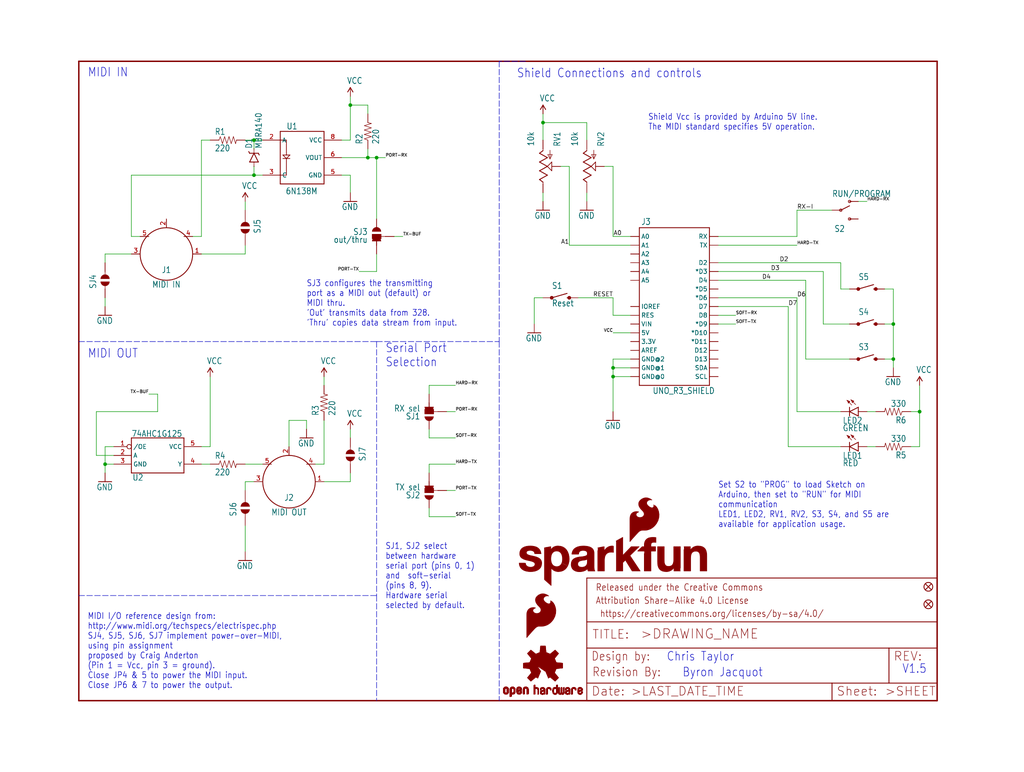
<source format=kicad_sch>
(kicad_sch (version 20211123) (generator eeschema)
  (paper "User" 297.002 223.926)
  (lib_symbols
    (symbol "eagleSchem-eagle-import:220OHM-1{slash}10W-1%(0603)"
      (property "Reference" "R" (at -3.81 1.4986 0))
      (property "Value" "220OHM-1{slash}10W-1%(0603)" (at -3.81 -3.302 0))
      (symbol "220OHM-1{slash}10W-1%(0603)_1_0"
        (pin passive line (at -5.08 0 0) (length 2.54) (name "1") (number "1"))
        (pin passive line (at 5.08 0 180) (length 2.54) (name "2") (number "2"))
      )
    )
    (symbol "eagleSchem-eagle-import:330OHM1{slash}10W1%(0603)"
      (property "Reference" "R" (at -3.81 1.4986 0))
      (property "Value" "330OHM1{slash}10W1%(0603)" (at -3.81 -3.302 0))
      (symbol "330OHM1{slash}10W1%(0603)_1_0"
        (pin passive line (at -5.08 0 0) (length 2.54) (name "1") (number "1"))
        (pin passive line (at 5.08 0 180) (length 2.54) (name "2") (number "2"))
      )
    )
    (symbol "eagleSchem-eagle-import:5-PIN-CIRCULAR-DINNEW"
      (property "Reference" "J" (at 0 -5.588 0))
      (property "Value" "5-PIN-CIRCULAR-DINNEW" (at 0 -7.874 0))
      (symbol "5-PIN-CIRCULAR-DINNEW_1_0"
        (pin bidirectional line (at 10.16 0 180) (length 2.54) (name "1") (number "1"))
        (pin bidirectional line (at 0 10.16 270) (length 2.54) (name "2") (number "2"))
        (pin bidirectional line (at -10.16 0 0) (length 2.54) (name "3") (number "3"))
        (pin bidirectional line (at 7.62 5.08 180) (length 2.54) (name "4") (number "4"))
        (pin bidirectional line (at -7.62 5.08 0) (length 2.54) (name "5") (number "5"))
      )
    )
    (symbol "eagleSchem-eagle-import:74AHC1G125"
      (property "Reference" "U" (at -7.366 -7.366 0))
      (property "Value" "74AHC1G125" (at -7.62 5.334 0))
      (symbol "74AHC1G125_1_0"
        (pin bidirectional inverted (at -12.7 2.54 0) (length 5.08) (name "/OE") (number "1"))
        (pin bidirectional line (at -12.7 0 0) (length 5.08) (name "A") (number "2"))
        (pin bidirectional line (at -12.7 -2.54 0) (length 5.08) (name "GND") (number "3"))
        (pin bidirectional line (at 12.7 -2.54 180) (length 5.08) (name "Y") (number "4"))
        (pin bidirectional line (at 12.7 2.54 180) (length 5.08) (name "VCC") (number "5"))
      )
    )
    (symbol "eagleSchem-eagle-import:ARDUINO_R3_SHIELD"
      (property "Reference" "J" (at -9.652 21.082 0))
      (property "Value" "ARDUINO_R3_SHIELD" (at -6.35 -27.94 0))
      (symbol "ARDUINO_R3_SHIELD_1_0"
        (pin bidirectional line (at -12.7 -12.7 0) (length 2.54) (name "3.3V") (number "3.3V"))
        (pin bidirectional line (at -12.7 -10.16 0) (length 2.54) (name "5V") (number "5V"))
        (pin bidirectional line (at -12.7 17.78 0) (length 2.54) (name "A0") (number "A0"))
        (pin bidirectional line (at -12.7 15.24 0) (length 2.54) (name "A1") (number "A1"))
        (pin bidirectional line (at -12.7 12.7 0) (length 2.54) (name "A2") (number "A2"))
        (pin bidirectional line (at -12.7 10.16 0) (length 2.54) (name "A3") (number "A3"))
        (pin bidirectional line (at -12.7 7.62 0) (length 2.54) (name "A4") (number "A4"))
        (pin bidirectional line (at -12.7 5.08 0) (length 2.54) (name "A5") (number "A5"))
        (pin bidirectional line (at -12.7 -15.24 0) (length 2.54) (name "AREF") (number "AREF"))
        (pin bidirectional line (at 12.7 -10.16 180) (length 2.54) (name "*D10") (number "D10"))
        (pin bidirectional line (at 12.7 -12.7 180) (length 2.54) (name "*D11") (number "D11"))
        (pin bidirectional line (at 12.7 -15.24 180) (length 2.54) (name "D12") (number "D12"))
        (pin bidirectional line (at 12.7 -17.78 180) (length 2.54) (name "D13") (number "D13"))
        (pin bidirectional line (at 12.7 10.16 180) (length 2.54) (name "D2") (number "D2"))
        (pin bidirectional line (at 12.7 7.62 180) (length 2.54) (name "*D3") (number "D3"))
        (pin bidirectional line (at 12.7 5.08 180) (length 2.54) (name "D4") (number "D4"))
        (pin bidirectional line (at 12.7 2.54 180) (length 2.54) (name "*D5") (number "D5"))
        (pin bidirectional line (at 12.7 0 180) (length 2.54) (name "*D6") (number "D6"))
        (pin bidirectional line (at 12.7 -2.54 180) (length 2.54) (name "D7") (number "D7"))
        (pin bidirectional line (at 12.7 -5.08 180) (length 2.54) (name "D8") (number "D8"))
        (pin bidirectional line (at 12.7 -7.62 180) (length 2.54) (name "*D9") (number "D9"))
        (pin bidirectional line (at -12.7 -22.86 0) (length 2.54) (name "GND@0") (number "GND@0"))
        (pin bidirectional line (at -12.7 -20.32 0) (length 2.54) (name "GND@1") (number "GND@1"))
        (pin bidirectional line (at -12.7 -17.78 0) (length 2.54) (name "GND@2") (number "GND@2"))
        (pin bidirectional line (at -12.7 -2.54 0) (length 2.54) (name "IOREF") (number "IOREF"))
        (pin bidirectional line (at -12.7 -5.08 0) (length 2.54) (name "RES") (number "RES"))
        (pin bidirectional line (at 12.7 17.78 180) (length 2.54) (name "RX") (number "RX"))
        (pin bidirectional line (at 12.7 -22.86 180) (length 2.54) (name "SCL") (number "SCL"))
        (pin bidirectional line (at 12.7 -20.32 180) (length 2.54) (name "SDA") (number "SDA"))
        (pin bidirectional line (at 12.7 15.24 180) (length 2.54) (name "TX") (number "TX"))
        (pin bidirectional line (at -12.7 -7.62 0) (length 2.54) (name "VIN") (number "VIN"))
      )
    )
    (symbol "eagleSchem-eagle-import:FIDUCIALUFIDUCIAL")
    (symbol "eagleSchem-eagle-import:FRAME-LETTER"
      (symbol "FRAME-LETTER_2_0"
        (text " https://creativecommons.org/licenses/by-sa/4.0/" (at 2.54 24.13 0) (effects (font (size 1.9304 1.6408)) (justify left bottom)))
        (text ">DRAWING_NAME" (at 15.494 17.78 0) (effects (font (size 2.7432 2.7432)) (justify left bottom)))
        (text ">LAST_DATE_TIME" (at 12.7 1.27 0) (effects (font (size 2.54 2.54)) (justify left bottom)))
        (text ">SHEET" (at 86.36 1.27 0) (effects (font (size 2.54 2.54)) (justify left bottom)))
        (text "Attribution Share-Alike 4.0 License" (at 2.54 27.94 0) (effects (font (size 1.9304 1.6408)) (justify left bottom)))
        (text "Date:" (at 1.27 1.27 0) (effects (font (size 2.54 2.54)) (justify left bottom)))
        (text "Design by:" (at 1.27 11.43 0) (effects (font (size 2.54 2.159)) (justify left bottom)))
        (text "Released under the Creative Commons" (at 2.54 31.75 0) (effects (font (size 1.9304 1.6408)) (justify left bottom)))
        (text "REV:" (at 88.9 11.43 0) (effects (font (size 2.54 2.54)) (justify left bottom)))
        (text "Sheet:" (at 72.39 1.27 0) (effects (font (size 2.54 2.54)) (justify left bottom)))
        (text "TITLE:" (at 1.524 17.78 0) (effects (font (size 2.54 2.54)) (justify left bottom)))
      )
    )
    (symbol "eagleSchem-eagle-import:GND" (power)
      (property "Value" "GND" (at -2.54 -2.54 0))
      (symbol "GND_1_0"
        (pin power_in line (at 0 2.54 270) (length 2.54) (name "GND") (number "1"))
      )
    )
    (symbol "eagleSchem-eagle-import:JUMPER-PAD-2-NOYES_SILK"
      (property "Reference" "SJ" (at -2.54 2.54 0))
      (property "Value" "JUMPER-PAD-2-NOYES_SILK" (at -2.54 -5.08 0))
      (symbol "JUMPER-PAD-2-NOYES_SILK_1_0"
        (pin passive line (at -5.08 0 0) (length 2.54) (name "1") (number "1"))
        (pin passive line (at 5.08 0 180) (length 2.54) (name "2") (number "2"))
      )
    )
    (symbol "eagleSchem-eagle-import:JUMPER-PAD-3-2OF3_NC_BY_TRACE_SMALL"
      (property "Reference" "SJ" (at 2.54 0.381 0))
      (property "Value" "JUMPER-PAD-3-2OF3_NC_BY_TRACE_SMALL" (at 2.54 -1.905 0))
      (symbol "JUMPER-PAD-3-2OF3_NC_BY_TRACE_SMALL_1_0"
        (pin passive line (at 0 5.08 270) (length 2.54) (name "1") (number "1"))
        (pin passive line (at -5.08 0 0) (length 2.54) (name "2") (number "2"))
        (pin passive line (at 0 -5.08 90) (length 2.54) (name "3") (number "3"))
      )
    )
    (symbol "eagleSchem-eagle-import:LED-GREEN0603"
      (property "Reference" "D" (at 3.556 -4.572 90))
      (property "Value" "LED-GREEN0603" (at 5.715 -4.572 90))
      (symbol "LED-GREEN0603_1_0"
        (pin passive line (at 0 2.54 270) (length 2.54) (name "A") (number "A"))
        (pin passive line (at 0 -5.08 90) (length 2.54) (name "C") (number "C"))
      )
    )
    (symbol "eagleSchem-eagle-import:LED-RED0603"
      (property "Reference" "D" (at 3.556 -4.572 90))
      (property "Value" "LED-RED0603" (at 5.715 -4.572 90))
      (symbol "LED-RED0603_1_0"
        (pin passive line (at 0 2.54 270) (length 2.54) (name "A") (number "A"))
        (pin passive line (at 0 -5.08 90) (length 2.54) (name "C") (number "C"))
      )
    )
    (symbol "eagleSchem-eagle-import:MBRA140"
      (property "Reference" "D" (at 2.54 0.4826 0))
      (property "Value" "MBRA140" (at 2.54 -2.3114 0))
      (symbol "MBRA140_1_0"
        (pin passive line (at -2.54 0 0) (length 0) (name "A") (number "A"))
        (pin passive line (at 2.54 0 180) (length 0) (name "C") (number "C"))
      )
    )
    (symbol "eagleSchem-eagle-import:OPTO_DARL_6N138S"
      (property "Reference" "U" (at -3.302 5.588 0))
      (property "Value" "OPTO_DARL_6N138S" (at -3.556 -13.208 0))
      (symbol "OPTO_DARL_6N138S_1_0"
        (pin bidirectional line (at -10.16 2.54 0) (length 5.08) (name "A") (number "2"))
        (pin bidirectional line (at -10.16 -7.62 0) (length 5.08) (name "C") (number "3"))
        (pin bidirectional line (at 12.7 -7.62 180) (length 5.08) (name "GND") (number "5"))
        (pin bidirectional line (at 12.7 -2.54 180) (length 5.08) (name "VOUT") (number "6"))
        (pin bidirectional line (at 12.7 2.54 180) (length 5.08) (name "VCC") (number "8"))
      )
    )
    (symbol "eagleSchem-eagle-import:OSHW-LOGOM")
    (symbol "eagleSchem-eagle-import:OSHW-LOGOS")
    (symbol "eagleSchem-eagle-import:POT"
      (property "Reference" "RV" (at 5.08 -10.16 90))
      (property "Value" "POT" (at -2.54 -10.16 90))
      (symbol "POT_1_0"
        (pin passive line (at 0 7.62 270) (length 2.54) (name "E") (number "P$1"))
        (pin passive line (at 5.08 0 180) (length 2.54) (name "S") (number "P$2"))
        (pin passive line (at 0 -7.62 90) (length 2.54) (name "A") (number "P$3"))
      )
    )
    (symbol "eagleSchem-eagle-import:REVISION"
      (symbol "REVISION_1_0"
        (text "Revision By: " (at 0 0 0) (effects (font (size 2.54 2.159)) (justify left bottom)))
      )
    )
    (symbol "eagleSchem-eagle-import:SFE_LOGO_FLAME.1_INCH")
    (symbol "eagleSchem-eagle-import:SFE_LOGO_NAME_FLAME.2_INCH")
    (symbol "eagleSchem-eagle-import:SWITCH-MOMENTARY-212MM"
      (property "Reference" "S" (at -2.54 2.54 0))
      (property "Value" "SWITCH-MOMENTARY-212MM" (at -2.54 -2.54 0))
      (symbol "SWITCH-MOMENTARY-212MM_1_0"
        (pin passive line (at -5.08 0 0) (length 2.54) (name "1") (number "1"))
        (pin passive line (at 5.08 0 180) (length 2.54) (name "2") (number "3"))
      )
    )
    (symbol "eagleSchem-eagle-import:SWITCH-MOMENTARY-2SMD"
      (property "Reference" "S" (at -2.54 2.54 0))
      (property "Value" "SWITCH-MOMENTARY-2SMD" (at -2.54 -2.54 0))
      (symbol "SWITCH-MOMENTARY-2SMD_1_0"
        (pin passive line (at -5.08 0 0) (length 2.54) (name "1") (number "1"))
        (pin passive line (at 5.08 0 180) (length 2.54) (name "2") (number "3"))
      )
    )
    (symbol "eagleSchem-eagle-import:SWITCH-SPDTSMD"
      (property "Reference" "S" (at -1.905 -6.35 0))
      (property "Value" "SWITCH-SPDTSMD" (at -2.54 3.81 0))
      (symbol "SWITCH-SPDTSMD_1_0"
        (pin passive line (at 5.08 2.54 180) (length 2.54) (name "O") (number "1"))
        (pin passive line (at -2.54 0 0) (length 2.54) (name "P") (number "2"))
        (pin passive line (at 5.08 -2.54 180) (length 2.54) (name "S") (number "3"))
      )
    )
    (symbol "eagleSchem-eagle-import:VCC" (power)
      (property "Value" "VCC" (at -1.016 3.556 0))
      (symbol "VCC_1_0"
        (pin power_in line (at 0 0 90) (length 2.54) (name "VCC") (number "1"))
      )
    )
  )
  (junction (at 259.08 104.14))
  (junction (at 259.08 93.98))
  (junction (at 157.48 35.56))
  (junction (at 266.7 119.38))
  (junction (at 73.66 50.8))
  (junction (at 30.48 134.62))
  (junction (at 73.66 40.64))
  (junction (at 177.8 106.68))
  (junction (at 106.68 45.72))
  (junction (at 109.22 45.72))
  (junction (at 101.6 30.48))
  (junction (at 177.8 109.22))
  (wire (pts (xy 248.92 58.42) (xy 251.46 58.42)))
  (wire (pts (xy 45.72 119.38) (xy 45.72 114.3)))
  (wire (pts (xy 30.48 134.62) (xy 30.48 129.54)))
  (wire (pts (xy 93.98 111.76) (xy 93.98 109.22)))
  (wire (pts (xy 231.14 68.58) (xy 231.14 60.96)))
  (wire (pts (xy 208.28 71.12) (xy 231.14 71.12)))
  (wire (pts (xy 238.76 93.98) (xy 238.76 78.74)))
  (wire (pts (xy 30.48 76.2) (xy 30.48 73.66)))
  (wire (pts (xy 182.88 68.58) (xy 177.8 68.58)))
  (wire (pts (xy 71.12 160.02) (xy 71.12 152.4)))
  (wire (pts (xy 101.6 127) (xy 101.6 124.46)))
  (wire (pts (xy 30.48 129.54) (xy 33.02 129.54)))
  (wire (pts (xy 154.94 86.36) (xy 154.94 93.98)))
  (wire (pts (xy 76.2 50.8) (xy 73.66 50.8)))
  (wire (pts (xy 93.98 139.7) (xy 101.6 139.7)))
  (wire (pts (xy 106.68 33.02) (xy 106.68 30.48)))
  (wire (pts (xy 259.08 93.98) (xy 259.08 104.14)))
  (wire (pts (xy 259.08 83.82) (xy 259.08 93.98)))
  (wire (pts (xy 228.6 88.9) (xy 208.28 88.9)))
  (wire (pts (xy 243.84 129.54) (xy 228.6 129.54)))
  (wire (pts (xy 231.14 60.96) (xy 241.3 60.96)))
  (polyline (pts (xy 144.78 17.78) (xy 144.78 99.06)))
  (wire (pts (xy 213.36 93.98) (xy 208.28 93.98)))
  (wire (pts (xy 55.88 68.58) (xy 58.42 68.58)))
  (wire (pts (xy 165.1 48.26) (xy 165.1 71.12)))
  (wire (pts (xy 58.42 129.54) (xy 60.96 129.54)))
  (wire (pts (xy 83.82 121.92) (xy 83.82 129.54)))
  (wire (pts (xy 30.48 86.36) (xy 30.48 88.9)))
  (wire (pts (xy 177.8 68.58) (xy 177.8 48.26)))
  (wire (pts (xy 99.06 45.72) (xy 106.68 45.72)))
  (wire (pts (xy 246.38 93.98) (xy 238.76 93.98)))
  (wire (pts (xy 106.68 30.48) (xy 101.6 30.48)))
  (wire (pts (xy 266.7 119.38) (xy 266.7 111.76)))
  (wire (pts (xy 124.46 137.16) (xy 124.46 134.62)))
  (wire (pts (xy 124.46 147.32) (xy 124.46 149.86)))
  (polyline (pts (xy 109.22 99.06) (xy 109.22 172.72)))
  (wire (pts (xy 88.9 121.92) (xy 83.82 121.92)))
  (wire (pts (xy 124.46 124.46) (xy 124.46 127)))
  (wire (pts (xy 106.68 45.72) (xy 106.68 43.18)))
  (wire (pts (xy 40.64 68.58) (xy 38.1 68.58)))
  (wire (pts (xy 132.08 149.86) (xy 124.46 149.86)))
  (wire (pts (xy 170.18 35.56) (xy 157.48 35.56)))
  (wire (pts (xy 106.68 45.72) (xy 109.22 45.72)))
  (wire (pts (xy 124.46 134.62) (xy 132.08 134.62)))
  (wire (pts (xy 177.8 104.14) (xy 182.88 104.14)))
  (wire (pts (xy 109.22 45.72) (xy 109.22 63.5)))
  (wire (pts (xy 177.8 91.44) (xy 177.8 86.36)))
  (wire (pts (xy 182.88 106.68) (xy 177.8 106.68)))
  (wire (pts (xy 71.12 134.62) (xy 76.2 134.62)))
  (wire (pts (xy 254 119.38) (xy 251.46 119.38)))
  (wire (pts (xy 177.8 104.14) (xy 177.8 106.68)))
  (wire (pts (xy 165.1 48.26) (xy 162.56 48.26)))
  (wire (pts (xy 243.84 83.82) (xy 243.84 76.2)))
  (wire (pts (xy 259.08 104.14) (xy 259.08 106.68)))
  (wire (pts (xy 231.14 86.36) (xy 208.28 86.36)))
  (wire (pts (xy 30.48 137.16) (xy 30.48 134.62)))
  (polyline (pts (xy 144.78 99.06) (xy 144.78 203.2)))
  (wire (pts (xy 60.96 129.54) (xy 60.96 109.22)))
  (wire (pts (xy 109.22 78.74) (xy 104.14 78.74)))
  (wire (pts (xy 157.48 55.88) (xy 157.48 58.42)))
  (wire (pts (xy 93.98 134.62) (xy 93.98 121.92)))
  (wire (pts (xy 177.8 48.26) (xy 175.26 48.26)))
  (wire (pts (xy 170.18 55.88) (xy 170.18 58.42)))
  (wire (pts (xy 157.48 86.36) (xy 154.94 86.36)))
  (wire (pts (xy 99.06 40.64) (xy 101.6 40.64)))
  (wire (pts (xy 73.66 43.18) (xy 73.66 40.64)))
  (wire (pts (xy 124.46 114.3) (xy 124.46 111.76)))
  (wire (pts (xy 71.12 73.66) (xy 71.12 71.12)))
  (wire (pts (xy 73.66 48.26) (xy 73.66 50.8)))
  (wire (pts (xy 91.44 134.62) (xy 93.98 134.62)))
  (wire (pts (xy 116.84 68.58) (xy 114.3 68.58)))
  (wire (pts (xy 238.76 78.74) (xy 208.28 78.74)))
  (wire (pts (xy 45.72 114.3) (xy 43.18 114.3)))
  (wire (pts (xy 71.12 142.24) (xy 71.12 139.7)))
  (wire (pts (xy 88.9 124.46) (xy 88.9 121.92)))
  (wire (pts (xy 170.18 35.56) (xy 170.18 40.64)))
  (wire (pts (xy 73.66 40.64) (xy 71.12 40.64)))
  (wire (pts (xy 243.84 76.2) (xy 208.28 76.2)))
  (wire (pts (xy 256.54 104.14) (xy 259.08 104.14)))
  (wire (pts (xy 27.94 132.08) (xy 27.94 119.38)))
  (wire (pts (xy 132.08 127) (xy 124.46 127)))
  (polyline (pts (xy 152.4 17.78) (xy 144.78 17.78)))
  (wire (pts (xy 243.84 119.38) (xy 231.14 119.38)))
  (wire (pts (xy 177.8 91.44) (xy 182.88 91.44)))
  (wire (pts (xy 38.1 68.58) (xy 38.1 50.8)))
  (wire (pts (xy 177.8 106.68) (xy 177.8 109.22)))
  (wire (pts (xy 233.68 81.28) (xy 208.28 81.28)))
  (wire (pts (xy 101.6 30.48) (xy 101.6 27.94)))
  (wire (pts (xy 254 129.54) (xy 251.46 129.54)))
  (wire (pts (xy 30.48 73.66) (xy 38.1 73.66)))
  (wire (pts (xy 246.38 104.14) (xy 233.68 104.14)))
  (wire (pts (xy 76.2 40.64) (xy 73.66 40.64)))
  (wire (pts (xy 256.54 93.98) (xy 259.08 93.98)))
  (polyline (pts (xy 22.86 99.06) (xy 109.22 99.06)))
  (wire (pts (xy 177.8 109.22) (xy 177.8 119.38)))
  (wire (pts (xy 208.28 68.58) (xy 231.14 68.58)))
  (polyline (pts (xy 109.22 99.06) (xy 144.78 99.06)))
  (wire (pts (xy 132.08 111.76) (xy 124.46 111.76)))
  (wire (pts (xy 213.36 91.44) (xy 208.28 91.44)))
  (wire (pts (xy 182.88 109.22) (xy 177.8 109.22)))
  (wire (pts (xy 246.38 83.82) (xy 243.84 83.82)))
  (wire (pts (xy 231.14 119.38) (xy 231.14 86.36)))
  (wire (pts (xy 109.22 45.72) (xy 111.76 45.72)))
  (wire (pts (xy 157.48 35.56) (xy 157.48 33.02)))
  (wire (pts (xy 182.88 96.52) (xy 177.8 96.52)))
  (wire (pts (xy 167.64 86.36) (xy 177.8 86.36)))
  (wire (pts (xy 228.6 129.54) (xy 228.6 88.9)))
  (wire (pts (xy 58.42 68.58) (xy 58.42 40.64)))
  (wire (pts (xy 264.16 119.38) (xy 266.7 119.38)))
  (wire (pts (xy 109.22 73.66) (xy 109.22 78.74)))
  (wire (pts (xy 101.6 50.8) (xy 101.6 55.88)))
  (wire (pts (xy 266.7 119.38) (xy 266.7 129.54)))
  (polyline (pts (xy 109.22 172.72) (xy 109.22 203.2)))
  (wire (pts (xy 58.42 73.66) (xy 71.12 73.66)))
  (wire (pts (xy 30.48 134.62) (xy 33.02 134.62)))
  (wire (pts (xy 266.7 129.54) (xy 264.16 129.54)))
  (wire (pts (xy 27.94 119.38) (xy 45.72 119.38)))
  (wire (pts (xy 71.12 139.7) (xy 73.66 139.7)))
  (wire (pts (xy 71.12 60.96) (xy 71.12 58.42)))
  (wire (pts (xy 38.1 50.8) (xy 73.66 50.8)))
  (wire (pts (xy 129.54 142.24) (xy 132.08 142.24)))
  (polyline (pts (xy 22.86 172.72) (xy 109.22 172.72)))
  (wire (pts (xy 129.54 119.38) (xy 132.08 119.38)))
  (wire (pts (xy 101.6 40.64) (xy 101.6 30.48)))
  (wire (pts (xy 256.54 83.82) (xy 259.08 83.82)))
  (wire (pts (xy 165.1 71.12) (xy 182.88 71.12)))
  (wire (pts (xy 101.6 139.7) (xy 101.6 137.16)))
  (wire (pts (xy 99.06 50.8) (xy 101.6 50.8)))
  (wire (pts (xy 33.02 132.08) (xy 27.94 132.08)))
  (wire (pts (xy 157.48 35.56) (xy 157.48 40.64)))
  (wire (pts (xy 58.42 134.62) (xy 60.96 134.62)))
  (wire (pts (xy 233.68 104.14) (xy 233.68 81.28)))
  (wire (pts (xy 58.42 40.64) (xy 60.96 40.64)))
  (text "Shield Connections and controls" (at 149.86 22.86 180) (effects (font (size 2.54 2.159)) (justify left bottom)))
  (text "MIDI OUT" (at 25.4 104.14 180) (effects (font (size 2.54 2.159)) (justify left bottom)))
  (text "SJ1, SJ2 select\nbetween hardware\nserial port (pins 0, 1)\nand  soft-serial\n(pins 8, 9).\nHardware serial\nselected by default." (at 111.76 157.48 0) (effects (font (size 1.778 1.5113)) (justify left top)))
  (text "MIDI I/O reference design from:\nhttp://www.midi.org/techspecs/electrispec.php\nSJ4, SJ5, SJ6, SJ7 implement power-over-MIDI,\nusing pin assignment\nproposed by Craig Anderton\n(Pin 1 = Vcc, pin 3 = ground).\nClose JP4 & 5 to power the MIDI input.\nClose JP6 & 7 to power the output." (at 25.4 177.8 0) (effects (font (size 1.778 1.5113)) (justify left top)))
  (text "Byron Jacquot" (at 197.866 196.596 180) (effects (font (size 2.54 2.159)) (justify left bottom)))
  (text "Chris Taylor" (at 193.294 192.024 180) (effects (font (size 2.54 2.159)) (justify left bottom)))
  (text "MIDI IN" (at 25.4 22.606 180) (effects (font (size 2.54 2.159)) (justify left bottom)))
  (text "Shield Vcc is provided by Arduino 5V line.\nThe MIDI standard specifies 5V operation." (at 187.96 33.02 0) (effects (font (size 1.778 1.5113)) (justify left top)))
  (text "SJ3 configures the transmitting\nport as a MIDI out (default) or\nMIDI thru.\n'Out' transmits data from 328.\n'Thru' copies data stream from input." (at 88.9 81.28 0) (effects (font (size 1.778 1.5113)) (justify left top)))
  (text "V1.5" (at 261.62 195.58 180) (effects (font (size 2.54 2.159)) (justify left bottom)))
  (text "Serial Port\nSelection" (at 111.76 106.68 180) (effects (font (size 2.54 2.159)) (justify left bottom)))
  (text "Set S2 to \"PROG\" to load Sketch on\nArduino, then set to \"RUN\" for MIDI\ncommunication\nLED1, LED2, RV1, RV2, S3, S4, and S5 are\navailable for application usage." (at 208.28 139.7 0) (effects (font (size 1.778 1.5113)) (justify left top)))
  (label "D4" (at 220.98 81.28 0) (effects (font (size 1.2446 1.2446))))
  (label "PORT-TX" (at 104.14 78.74 180) (effects (font (size 0.889 0.889))))
  (label "TX-BUF" (at 43.18 114.3 180) (effects (font (size 0.889 0.889))))
  (label "HARD-TX" (at 132.08 134.62 0) (effects (font (size 0.889 0.889))))
  (label "HARD-TX" (at 231.14 71.12 0) (effects (font (size 0.889 0.889))))
  (label "D2" (at 226.06 76.2 0) (effects (font (size 1.2446 1.2446))))
  (label "PORT-TX" (at 132.08 142.24 0) (effects (font (size 0.889 0.889))))
  (label "SOFT-TX" (at 132.08 149.86 0) (effects (font (size 0.889 0.889))))
  (label "TX-BUF" (at 116.84 68.58 0) (effects (font (size 0.889 0.889))))
  (label "SOFT-RX" (at 132.08 127 0) (effects (font (size 0.889 0.889))))
  (label "A1" (at 165.1 71.12 180) (effects (font (size 1.2446 1.2446))))
  (label "PORT-RX" (at 132.08 119.38 0) (effects (font (size 0.889 0.889))))
  (label "RX-I" (at 231.14 60.96 0) (effects (font (size 1.2446 1.2446))))
  (label "SOFT-TX" (at 213.36 93.98 0) (effects (font (size 0.889 0.889))))
  (label "D6" (at 231.14 86.36 0) (effects (font (size 1.2446 1.2446))))
  (label "D7" (at 228.6 88.9 0) (effects (font (size 1.2446 1.2446))))
  (label "RESET" (at 177.8 86.36 180) (effects (font (size 1.2446 1.2446))))
  (label "SOFT-RX" (at 213.36 91.44 0) (effects (font (size 0.889 0.889))))
  (label "HARD-RX" (at 132.08 111.76 0) (effects (font (size 0.889 0.889))))
  (label "A0" (at 180.34 68.58 180) (effects (font (size 1.2446 1.2446))))
  (label "PORT-RX" (at 111.76 45.72 0) (effects (font (size 0.889 0.889))))
  (label "VCC" (at 177.8 96.52 180) (effects (font (size 0.889 0.889))))
  (label "D3" (at 223.52 78.74 0) (effects (font (size 1.2446 1.2446))))
  (label "HARD-RX" (at 251.46 58.42 0) (effects (font (size 0.889 0.889))))
  (symbol (lib_id "eagleSchem-eagle-import:FIDUCIALUFIDUCIAL") (at 269.24 170.18 0) (unit 1)
    (property "Reference" "FID1" (effects hide))
    (property "Value" "FIDUCIALUFIDUCIAL" (effects hide))
    (property "Footprint" "eagleSchem:MICRO-FIDUCIAL" (effects hide))
  )
  (symbol (lib_id "eagleSchem-eagle-import:ARDUINO_R3_SHIELD") (at 195.58 86.36 0) (unit 1)
    (property "Reference" "J3" (at 185.928 65.278 0) (effects (font (size 1.778 1.5113)) (justify left bottom)))
    (property "Value" "UNO_R3_SHIELD" (at 189.23 114.3 0) (effects (font (size 1.778 1.5113)) (justify left bottom)))
    (property "Footprint" "eagleSchem:UNO_R3_SHIELD" (effects hide))
  )
  (symbol (lib_id "eagleSchem-eagle-import:JUMPER-PAD-3-2OF3_NC_BY_TRACE_SMALL") (at 124.46 119.38 180) (unit 1)
    (property "Reference" "SJ1" (at 121.92 119.761 0) (effects (font (size 1.778 1.5113)) (justify left bottom)))
    (property "Value" "RX sel" (at 121.92 117.475 0) (effects (font (size 1.778 1.5113)) (justify left bottom)))
    (property "Footprint" "eagleSchem:PAD-JUMPER-3-2OF3_NC_BY_TRACE_YES_SILK_FULL_BOX" (effects hide))
  )
  (symbol (lib_id "eagleSchem-eagle-import:GND") (at 30.48 91.44 0) (unit 1)
    (property "Reference" "#GND9" (effects hide))
    (property "Value" "GND" (at 27.94 93.98 0) (effects (font (size 1.778 1.5113)) (justify left bottom)))
    (property "Footprint" "eagleSchem:" (effects hide))
  )
  (symbol (lib_id "eagleSchem-eagle-import:VCC") (at 157.48 33.02 0) (unit 1)
    (property "Reference" "#P+3" (effects hide))
    (property "Value" "VCC" (at 156.464 29.464 0) (effects (font (size 1.778 1.5113)) (justify left bottom)))
    (property "Footprint" "eagleSchem:" (effects hide))
  )
  (symbol (lib_id "eagleSchem-eagle-import:VCC") (at 60.96 109.22 0) (unit 1)
    (property "Reference" "#P+5" (effects hide))
    (property "Value" "VCC" (at 59.944 105.664 0) (effects (font (size 1.778 1.5113)) (justify left bottom)))
    (property "Footprint" "eagleSchem:" (effects hide))
  )
  (symbol (lib_id "eagleSchem-eagle-import:VCC") (at 71.12 58.42 0) (unit 1)
    (property "Reference" "#P+7" (effects hide))
    (property "Value" "VCC" (at 70.104 54.864 0) (effects (font (size 1.778 1.5113)) (justify left bottom)))
    (property "Footprint" "eagleSchem:" (effects hide))
  )
  (symbol (lib_id "eagleSchem-eagle-import:74AHC1G125") (at 45.72 132.08 0) (unit 1)
    (property "Reference" "U2" (at 38.354 139.446 0) (effects (font (size 1.778 1.5113)) (justify left bottom)))
    (property "Value" "74AHC1G125" (at 38.1 126.746 0) (effects (font (size 1.778 1.5113)) (justify left bottom)))
    (property "Footprint" "eagleSchem:SOT23-5" (effects hide))
  )
  (symbol (lib_id "eagleSchem-eagle-import:VCC") (at 101.6 27.94 0) (unit 1)
    (property "Reference" "#P+1" (effects hide))
    (property "Value" "VCC" (at 100.584 24.384 0) (effects (font (size 1.778 1.5113)) (justify left bottom)))
    (property "Footprint" "eagleSchem:" (effects hide))
  )
  (symbol (lib_id "eagleSchem-eagle-import:LED-RED0603") (at 248.92 129.54 270) (unit 1)
    (property "Reference" "LED1" (at 244.348 133.096 90) (effects (font (size 1.778 1.5113)) (justify left bottom)))
    (property "Value" "RED" (at 244.348 135.255 90) (effects (font (size 1.778 1.5113)) (justify left bottom)))
    (property "Footprint" "eagleSchem:LED-0603" (effects hide))
  )
  (symbol (lib_id "eagleSchem-eagle-import:JUMPER-PAD-2-NOYES_SILK") (at 71.12 147.32 90) (unit 1)
    (property "Reference" "SJ6" (at 68.58 149.86 0) (effects (font (size 1.778 1.5113)) (justify left bottom)))
    (property "Value" "JUMPER-PAD-2-NOYES_SILK" (effects hide))
    (property "Footprint" "eagleSchem:PAD-JUMPER-2-NO_YES_SILK" (effects hide))
  )
  (symbol (lib_id "eagleSchem-eagle-import:SWITCH-MOMENTARY-212MM") (at 251.46 93.98 0) (unit 1)
    (property "Reference" "S4" (at 248.92 91.44 0) (effects (font (size 1.778 1.5113)) (justify left bottom)))
    (property "Value" "SWITCH-MOMENTARY-212MM" (effects hide))
    (property "Footprint" "eagleSchem:TACTILE-PTH-12MM" (effects hide))
  )
  (symbol (lib_id "eagleSchem-eagle-import:220OHM-1{slash}10W-1%(0603)") (at 66.04 40.64 0) (unit 1)
    (property "Reference" "R1" (at 62.23 39.1414 0) (effects (font (size 1.778 1.5113)) (justify left bottom)))
    (property "Value" "220" (at 62.23 43.942 0) (effects (font (size 1.778 1.5113)) (justify left bottom)))
    (property "Footprint" "eagleSchem:0603-RES" (effects hide))
  )
  (symbol (lib_id "eagleSchem-eagle-import:GND") (at 30.48 139.7 0) (unit 1)
    (property "Reference" "#GND8" (effects hide))
    (property "Value" "GND" (at 27.94 142.24 0) (effects (font (size 1.778 1.5113)) (justify left bottom)))
    (property "Footprint" "eagleSchem:" (effects hide))
  )
  (symbol (lib_id "eagleSchem-eagle-import:JUMPER-PAD-2-NOYES_SILK") (at 71.12 66.04 270) (unit 1)
    (property "Reference" "SJ5" (at 73.66 63.5 0) (effects (font (size 1.778 1.5113)) (justify left bottom)))
    (property "Value" "JUMPER-PAD-2-NOYES_SILK" (effects hide))
    (property "Footprint" "eagleSchem:PAD-JUMPER-2-NO_YES_SILK" (effects hide))
  )
  (symbol (lib_id "eagleSchem-eagle-import:GND") (at 170.18 60.96 0) (unit 1)
    (property "Reference" "#GND5" (effects hide))
    (property "Value" "GND" (at 167.64 63.5 0) (effects (font (size 1.778 1.5113)) (justify left bottom)))
    (property "Footprint" "eagleSchem:" (effects hide))
  )
  (symbol (lib_id "eagleSchem-eagle-import:220OHM-1{slash}10W-1%(0603)") (at 66.04 134.62 0) (unit 1)
    (property "Reference" "R4" (at 62.23 133.1214 0) (effects (font (size 1.778 1.5113)) (justify left bottom)))
    (property "Value" "220" (at 62.23 137.922 0) (effects (font (size 1.778 1.5113)) (justify left bottom)))
    (property "Footprint" "eagleSchem:0603-RES" (effects hide))
  )
  (symbol (lib_id "eagleSchem-eagle-import:VCC") (at 101.6 124.46 0) (unit 1)
    (property "Reference" "#P+6" (effects hide))
    (property "Value" "VCC" (at 100.584 120.904 0) (effects (font (size 1.778 1.5113)) (justify left bottom)))
    (property "Footprint" "eagleSchem:" (effects hide))
  )
  (symbol (lib_id "eagleSchem-eagle-import:FIDUCIALUFIDUCIAL") (at 269.24 175.26 0) (unit 1)
    (property "Reference" "FID2" (effects hide))
    (property "Value" "FIDUCIALUFIDUCIAL" (effects hide))
    (property "Footprint" "eagleSchem:MICRO-FIDUCIAL" (effects hide))
  )
  (symbol (lib_id "eagleSchem-eagle-import:POT") (at 157.48 48.26 0) (mirror x) (unit 1)
    (property "Reference" "RV1" (at 162.56 38.1 90) (effects (font (size 1.778 1.5113)) (justify left bottom)))
    (property "Value" "10k" (at 154.94 38.1 90) (effects (font (size 1.778 1.5113)) (justify left bottom)))
    (property "Footprint" "eagleSchem:ALPS_POT" (effects hide))
  )
  (symbol (lib_id "eagleSchem-eagle-import:GND") (at 157.48 60.96 0) (unit 1)
    (property "Reference" "#GND6" (effects hide))
    (property "Value" "GND" (at 154.94 63.5 0) (effects (font (size 1.778 1.5113)) (justify left bottom)))
    (property "Footprint" "eagleSchem:" (effects hide))
  )
  (symbol (lib_id "eagleSchem-eagle-import:GND") (at 154.94 96.52 0) (unit 1)
    (property "Reference" "#GND4" (effects hide))
    (property "Value" "GND" (at 152.4 99.06 0) (effects (font (size 1.778 1.5113)) (justify left bottom)))
    (property "Footprint" "eagleSchem:" (effects hide))
  )
  (symbol (lib_id "eagleSchem-eagle-import:OSHW-LOGOM") (at 157.48 193.04 0) (unit 1)
    (property "Reference" "LOGO3" (effects hide))
    (property "Value" "OSHW-LOGOM" (effects hide))
    (property "Footprint" "eagleSchem:OSHW-LOGO-M" (effects hide))
  )
  (symbol (lib_id "eagleSchem-eagle-import:5-PIN-CIRCULAR-DINNEW") (at 48.26 73.66 0) (unit 1)
    (property "Reference" "J1" (at 48.26 79.248 0) (effects (font (size 1.778 1.5113)) (justify bottom)))
    (property "Value" "MIDI IN" (at 48.26 81.534 0) (effects (font (size 1.778 1.5113)) (justify top)))
    (property "Footprint" "eagleSchem:5-PIN-DIN-RA-PCB-NEW" (effects hide))
  )
  (symbol (lib_id "eagleSchem-eagle-import:330OHM1{slash}10W1%(0603)") (at 259.08 119.38 180) (unit 1)
    (property "Reference" "R6" (at 262.89 120.8786 0) (effects (font (size 1.778 1.5113)) (justify left bottom)))
    (property "Value" "330" (at 262.89 116.078 0) (effects (font (size 1.778 1.5113)) (justify left bottom)))
    (property "Footprint" "eagleSchem:0603-RES" (effects hide))
  )
  (symbol (lib_id "eagleSchem-eagle-import:OSHW-LOGOS") (at 157.48 193.04 0) (unit 1)
    (property "Reference" "LOGO2" (effects hide))
    (property "Value" "OSHW-LOGOS" (effects hide))
    (property "Footprint" "eagleSchem:OSHW-LOGO-S" (effects hide))
  )
  (symbol (lib_id "eagleSchem-eagle-import:OPTO_DARL_6N138S") (at 86.36 43.18 0) (unit 1)
    (property "Reference" "U1" (at 83.058 37.592 0) (effects (font (size 1.778 1.5113)) (justify left bottom)))
    (property "Value" "6N138M" (at 82.804 56.388 0) (effects (font (size 1.778 1.5113)) (justify left bottom)))
    (property "Footprint" "eagleSchem:8-SMD" (effects hide))
  )
  (symbol (lib_id "eagleSchem-eagle-import:GND") (at 101.6 58.42 0) (unit 1)
    (property "Reference" "#GND1" (effects hide))
    (property "Value" "GND" (at 99.06 60.96 0) (effects (font (size 1.778 1.5113)) (justify left bottom)))
    (property "Footprint" "eagleSchem:" (effects hide))
  )
  (symbol (lib_id "eagleSchem-eagle-import:MBRA140") (at 73.66 45.72 90) (unit 1)
    (property "Reference" "D1" (at 73.1774 43.18 0) (effects (font (size 1.778 1.5113)) (justify left bottom)))
    (property "Value" "MBRA140" (at 75.9714 43.18 0) (effects (font (size 1.778 1.5113)) (justify left bottom)))
    (property "Footprint" "eagleSchem:SMA-DIODE" (effects hide))
  )
  (symbol (lib_id "eagleSchem-eagle-import:VCC") (at 266.7 111.76 0) (unit 1)
    (property "Reference" "#P+4" (effects hide))
    (property "Value" "VCC" (at 265.684 108.204 0) (effects (font (size 1.778 1.5113)) (justify left bottom)))
    (property "Footprint" "eagleSchem:" (effects hide))
  )
  (symbol (lib_id "eagleSchem-eagle-import:SFE_LOGO_FLAME.1_INCH") (at 152.4 185.42 0) (unit 1)
    (property "Reference" "LOGO5" (effects hide))
    (property "Value" "SFE_LOGO_FLAME.1_INCH" (effects hide))
    (property "Footprint" "eagleSchem:SFE_LOGO_FLAME_.1" (effects hide))
  )
  (symbol (lib_id "eagleSchem-eagle-import:JUMPER-PAD-2-NOYES_SILK") (at 30.48 81.28 90) (unit 1)
    (property "Reference" "SJ4" (at 27.94 83.82 0) (effects (font (size 1.778 1.5113)) (justify left bottom)))
    (property "Value" "JUMPER-PAD-2-NOYES_SILK" (effects hide))
    (property "Footprint" "eagleSchem:PAD-JUMPER-2-NO_YES_SILK" (effects hide))
  )
  (symbol (lib_id "eagleSchem-eagle-import:SFE_LOGO_NAME_FLAME.2_INCH") (at 149.86 170.18 0) (unit 1)
    (property "Reference" "LOGO1" (effects hide))
    (property "Value" "SFE_LOGO_NAME_FLAME.2_INCH" (effects hide))
    (property "Footprint" "eagleSchem:SFE_LOGO_NAME_FLAME_.2" (effects hide))
  )
  (symbol (lib_id "eagleSchem-eagle-import:SWITCH-SPDTSMD") (at 243.84 60.96 0) (unit 1)
    (property "Reference" "S2" (at 241.935 67.31 0) (effects (font (size 1.778 1.5113)) (justify left bottom)))
    (property "Value" "RUN/PROGRAM" (at 241.3 57.15 0) (effects (font (size 1.778 1.5113)) (justify left bottom)))
    (property "Footprint" "eagleSchem:AYZ0202" (effects hide))
  )
  (symbol (lib_id "eagleSchem-eagle-import:GND") (at 88.9 127 0) (unit 1)
    (property "Reference" "#GND7" (effects hide))
    (property "Value" "GND" (at 86.36 129.54 0) (effects (font (size 1.778 1.5113)) (justify left bottom)))
    (property "Footprint" "eagleSchem:" (effects hide))
  )
  (symbol (lib_id "eagleSchem-eagle-import:5-PIN-CIRCULAR-DINNEW") (at 83.82 139.7 0) (unit 1)
    (property "Reference" "J2" (at 83.82 145.288 0) (effects (font (size 1.778 1.5113)) (justify bottom)))
    (property "Value" "MIDI OUT" (at 83.82 147.574 0) (effects (font (size 1.778 1.5113)) (justify top)))
    (property "Footprint" "eagleSchem:5-PIN-DIN-RA-PCB-NEW" (effects hide))
  )
  (symbol (lib_id "eagleSchem-eagle-import:FRAME-LETTER") (at 22.86 203.2 0) (unit 1)
    (property "Reference" "FRAME1" (effects hide))
    (property "Value" "Frame" (effects hide))
    (property "Footprint" "eagleSchem:CREATIVE_COMMONS" (effects hide))
  )
  (symbol (lib_id "eagleSchem-eagle-import:SWITCH-MOMENTARY-2SMD") (at 162.56 86.36 0) (unit 1)
    (property "Reference" "S1" (at 160.02 83.82 0) (effects (font (size 1.778 1.5113)) (justify left bottom)))
    (property "Value" "Reset" (at 160.02 88.9 0) (effects (font (size 1.778 1.5113)) (justify left bottom)))
    (property "Footprint" "eagleSchem:TACTILE-SWITCH-SMD" (effects hide))
  )
  (symbol (lib_id "eagleSchem-eagle-import:330OHM1{slash}10W1%(0603)") (at 259.08 129.54 180) (unit 1)
    (property "Reference" "R5" (at 262.89 131.0386 0) (effects (font (size 1.778 1.5113)) (justify left bottom)))
    (property "Value" "330" (at 262.89 126.238 0) (effects (font (size 1.778 1.5113)) (justify left bottom)))
    (property "Footprint" "eagleSchem:0603-RES" (effects hide))
  )
  (symbol (lib_id "eagleSchem-eagle-import:220OHM-1{slash}10W-1%(0603)") (at 93.98 116.84 90) (unit 1)
    (property "Reference" "R3" (at 92.4814 120.65 0) (effects (font (size 1.778 1.5113)) (justify left bottom)))
    (property "Value" "220" (at 97.282 120.65 0) (effects (font (size 1.778 1.5113)) (justify left bottom)))
    (property "Footprint" "eagleSchem:0603-RES" (effects hide))
  )
  (symbol (lib_id "eagleSchem-eagle-import:SWITCH-MOMENTARY-212MM") (at 251.46 104.14 0) (unit 1)
    (property "Reference" "S3" (at 248.92 101.6 0) (effects (font (size 1.778 1.5113)) (justify left bottom)))
    (property "Value" "SWITCH-MOMENTARY-212MM" (effects hide))
    (property "Footprint" "eagleSchem:TACTILE-PTH-12MM" (effects hide))
  )
  (symbol (lib_id "eagleSchem-eagle-import:FRAME-LETTER") (at 170.18 203.2 0) (unit 2)
    (property "Reference" "FRAME1" (effects hide))
    (property "Value" "Frame" (effects hide))
    (property "Footprint" "eagleSchem:CREATIVE_COMMONS" (effects hide))
  )
  (symbol (lib_id "eagleSchem-eagle-import:SWITCH-MOMENTARY-212MM") (at 251.46 83.82 0) (unit 1)
    (property "Reference" "S5" (at 248.92 81.28 0) (effects (font (size 1.778 1.5113)) (justify left bottom)))
    (property "Value" "SWITCH-MOMENTARY-212MM" (effects hide))
    (property "Footprint" "eagleSchem:TACTILE-PTH-12MM" (effects hide))
  )
  (symbol (lib_id "eagleSchem-eagle-import:POT") (at 170.18 48.26 0) (mirror x) (unit 1)
    (property "Reference" "RV2" (at 175.26 38.1 90) (effects (font (size 1.778 1.5113)) (justify left bottom)))
    (property "Value" "10k" (at 167.64 38.1 90) (effects (font (size 1.778 1.5113)) (justify left bottom)))
    (property "Footprint" "eagleSchem:ALPS_POT" (effects hide))
  )
  (symbol (lib_id "eagleSchem-eagle-import:VCC") (at 93.98 109.22 0) (unit 1)
    (property "Reference" "#P+2" (effects hide))
    (property "Value" "VCC" (at 92.964 105.664 0) (effects (font (size 1.778 1.5113)) (justify left bottom)))
    (property "Footprint" "eagleSchem:" (effects hide))
  )
  (symbol (lib_id "eagleSchem-eagle-import:220OHM-1{slash}10W-1%(0603)") (at 106.68 38.1 90) (unit 1)
    (property "Reference" "R2" (at 105.1814 41.91 0) (effects (font (size 1.778 1.5113)) (justify left bottom)))
    (property "Value" "220" (at 109.982 41.91 0) (effects (font (size 1.778 1.5113)) (justify left bottom)))
    (property "Footprint" "eagleSchem:0603-RES" (effects hide))
  )
  (symbol (lib_id "eagleSchem-eagle-import:GND") (at 177.8 121.92 0) (unit 1)
    (property "Reference" "#GND2" (effects hide))
    (property "Value" "GND" (at 175.26 124.46 0) (effects (font (size 1.778 1.5113)) (justify left bottom)))
    (property "Footprint" "eagleSchem:" (effects hide))
  )
  (symbol (lib_id "eagleSchem-eagle-import:GND") (at 259.08 109.22 0) (unit 1)
    (property "Reference" "#GND3" (effects hide))
    (property "Value" "GND" (at 256.54 111.76 0) (effects (font (size 1.778 1.5113)) (justify left bottom)))
    (property "Footprint" "eagleSchem:" (effects hide))
  )
  (symbol (lib_id "eagleSchem-eagle-import:REVISION") (at 171.704 196.342 0) (unit 1)
    (property "Reference" "U$1" (effects hide))
    (property "Value" "REVISION" (effects hide))
    (property "Footprint" "eagleSchem:REVISION" (effects hide))
  )
  (symbol (lib_id "eagleSchem-eagle-import:LED-GREEN0603") (at 248.92 119.38 270) (unit 1)
    (property "Reference" "LED2" (at 244.348 122.936 90) (effects (font (size 1.778 1.5113)) (justify left bottom)))
    (property "Value" "GREEN" (at 244.348 125.095 90) (effects (font (size 1.778 1.5113)) (justify left bottom)))
    (property "Footprint" "eagleSchem:LED-0603" (effects hide))
  )
  (symbol (lib_id "eagleSchem-eagle-import:JUMPER-PAD-3-2OF3_NC_BY_TRACE_SMALL") (at 124.46 142.24 180) (unit 1)
    (property "Reference" "SJ2" (at 121.92 142.621 0) (effects (font (size 1.778 1.5113)) (justify left bottom)))
    (property "Value" "TX sel" (at 121.92 140.335 0) (effects (font (size 1.778 1.5113)) (justify left bottom)))
    (property "Footprint" "eagleSchem:PAD-JUMPER-3-2OF3_NC_BY_TRACE_YES_SILK_FULL_BOX" (effects hide))
  )
  (symbol (lib_id "eagleSchem-eagle-import:GND") (at 71.12 162.56 0) (unit 1)
    (property "Reference" "#GND10" (effects hide))
    (property "Value" "GND" (at 68.58 165.1 0) (effects (font (size 1.778 1.5113)) (justify left bottom)))
    (property "Footprint" "eagleSchem:" (effects hide))
  )
  (symbol (lib_id "eagleSchem-eagle-import:JUMPER-PAD-2-NOYES_SILK") (at 101.6 132.08 270) (unit 1)
    (property "Reference" "SJ7" (at 104.14 129.54 0) (effects (font (size 1.778 1.5113)) (justify left bottom)))
    (property "Value" "JUMPER-PAD-2-NOYES_SILK" (effects hide))
    (property "Footprint" "eagleSchem:PAD-JUMPER-2-NO_YES_SILK" (effects hide))
  )
  (symbol (lib_id "eagleSchem-eagle-import:JUMPER-PAD-3-2OF3_NC_BY_TRACE_SMALL") (at 109.22 68.58 0) (mirror y) (unit 1)
    (property "Reference" "SJ3" (at 106.68 68.199 0) (effects (font (size 1.778 1.5113)) (justify left bottom)))
    (property "Value" "out/thru" (at 106.68 70.485 0) (effects (font (size 1.778 1.5113)) (justify left bottom)))
    (property "Footprint" "eagleSchem:PAD-JUMPER-3-2OF3_NC_BY_TRACE_YES_SILK_FULL_BOX" (effects hide))
  )
)
</source>
